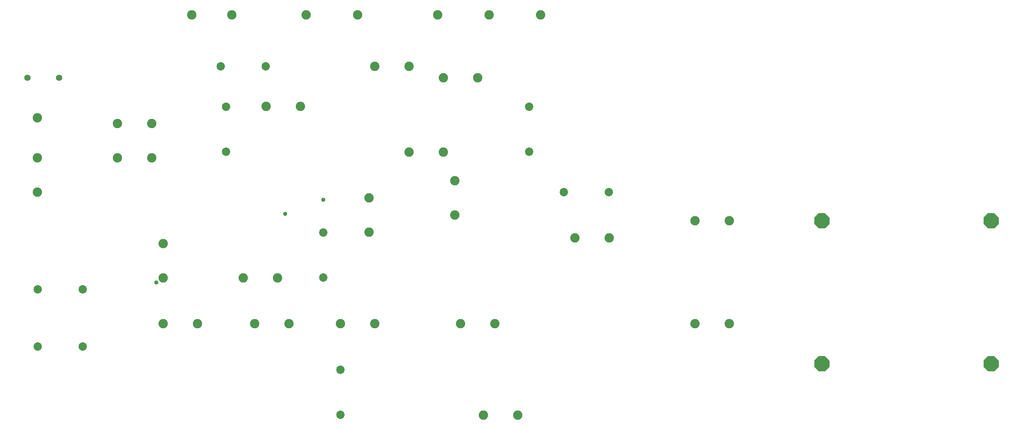
<source format=gbr>
G04 EAGLE Gerber RS-274X export*
G75*
%MOMM*%
%FSLAX34Y34*%
%LPD*%
%INSoldermask Bottom*%
%IPPOS*%
%AMOC8*
5,1,8,0,0,1.08239X$1,22.5*%
G01*
%ADD10C,2.082800*%
%ADD11C,1.854200*%
%ADD12P,3.629037X8X22.500000*%
%ADD13C,1.403200*%
%ADD14C,0.959600*%


D10*
X520700Y965200D03*
X342900Y965200D03*
D11*
X723900Y661200D03*
X723900Y761200D03*
X38900Y850900D03*
X138900Y850900D03*
X50800Y761200D03*
X50800Y661200D03*
X266700Y381800D03*
X266700Y481800D03*
X800900Y571500D03*
X900900Y571500D03*
D12*
X1374140Y190500D03*
X1750060Y190500D03*
X1374140Y508000D03*
X1750060Y508000D03*
D11*
X304800Y77000D03*
X304800Y177000D03*
D10*
X228600Y965200D03*
D13*
X-390400Y825500D03*
X-320400Y825500D03*
D10*
X-368300Y736600D03*
X63500Y965200D03*
X-25400Y965200D03*
X635000Y965200D03*
X-190500Y723900D03*
X-114300Y723900D03*
X609600Y825500D03*
X533400Y825500D03*
X304800Y279400D03*
X381000Y279400D03*
X622300Y76200D03*
X698500Y76200D03*
X558800Y596900D03*
X558800Y520700D03*
X114300Y279400D03*
X190500Y279400D03*
X-88900Y457200D03*
X-88900Y381000D03*
X-88900Y279400D03*
X-12700Y279400D03*
X381000Y850900D03*
X457200Y850900D03*
X457200Y660400D03*
X533400Y660400D03*
X215900Y762000D03*
X139700Y762000D03*
X1092200Y279400D03*
X1168400Y279400D03*
X1092200Y508000D03*
X1168400Y508000D03*
X-190500Y647700D03*
X-114300Y647700D03*
X571500Y279400D03*
X647700Y279400D03*
X368300Y558800D03*
X368300Y482600D03*
X825500Y469900D03*
X901700Y469900D03*
X88900Y381000D03*
X165100Y381000D03*
X-368300Y647700D03*
X749300Y965200D03*
X-368300Y571500D03*
D11*
X-367500Y355600D03*
X-267500Y355600D03*
X-367500Y228600D03*
X-267500Y228600D03*
D14*
X266700Y554736D03*
X181356Y522732D03*
X-104013Y370713D03*
M02*

</source>
